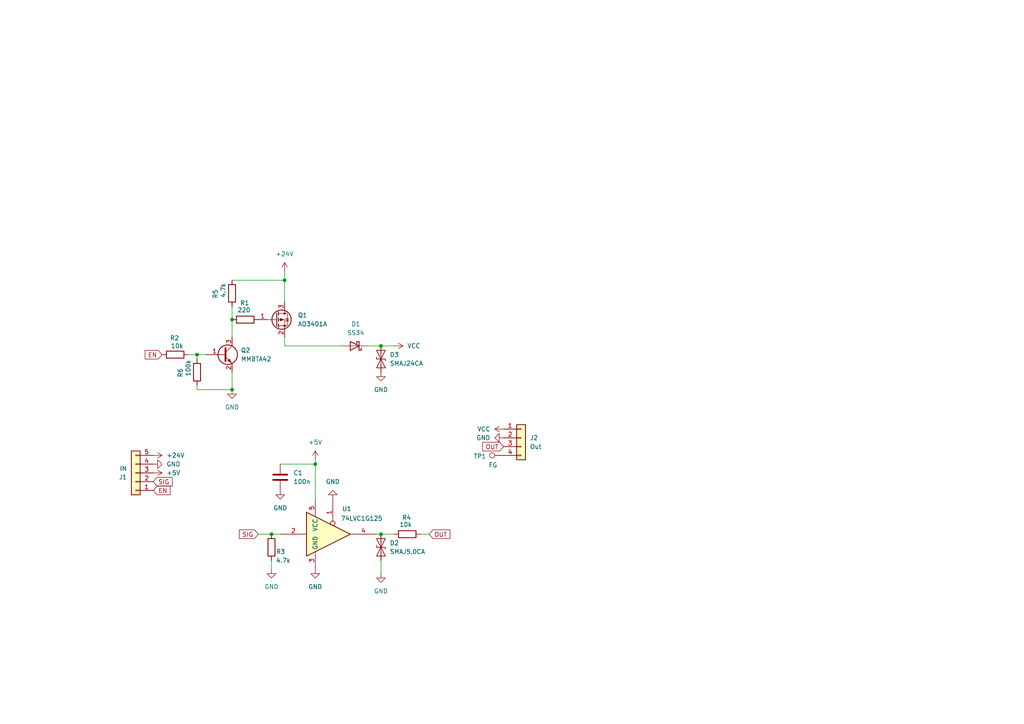
<source format=kicad_sch>
(kicad_sch (version 20231120) (generator "eeschema") (generator_version "8.0")
  (paper "A4")
  (lib_symbols
    (symbol "74xGxx:74LVC1G125"
      (property "Reference" "U" (at -10.16 7.62 0))
      (property "Value" "74LVC1G125" (at 2.54 -7.62 0))
      (symbol "74LVC1G125_0_1"
        (polyline (pts (xy -7.62 6.35) (xy -7.62 -6.35) (xy 5.08 0) (xy -7.62 6.35)) (stroke (width 0.254)) (fill (type background)))
      )
      (symbol "74LVC1G125_1_1"
        (pin input inverted (at 0 10.16 270) (length 7.62) (name "~") (number "1"))
        (pin input line (at -15.24 0 0) (length 7.62) (name "~") (number "2"))
        (pin power_in line (at -5.08 -10.16 90) (length 5.08) (name "GND") (number "3"))
        (pin tri_state line (at 12.7 0 180) (length 7.62) (name "~") (number "4"))
        (pin power_in line (at -5.08 10.16 270) (length 5.08) (name "VCC") (number "5"))
      )
    )
    (symbol "Connector:TestPoint" (pin_numbers hide) (pin_names (offset 0.762) hide)
      (property "Reference" "TP" (at 0 6.858 0))
      (property "Value" "TestPoint" (at 0 5.08 0))
      (symbol "TestPoint_0_1"
        (circle (center 0 3.302) (radius 0.762))
      )
      (symbol "TestPoint_1_1"
        (pin passive line (at 0 0 90) (length 2.54) (name "1") (number "1"))
      )
    )
    (symbol "Connector_Generic:Conn_01x04" (pin_names (offset 1.016) hide)
      (property "Reference" "J" (at 0 5.08 0))
      (property "Value" "Conn_01x04" (at 0 -7.62 0))
      (symbol "Conn_01x04_1_1"
        (rectangle (start -1.27 -4.953) (end 0 -5.207) (stroke (width 0.1524)))
        (rectangle (start -1.27 -2.413) (end 0 -2.667) (stroke (width 0.1524)))
        (rectangle (start -1.27 0.127) (end 0 -0.127) (stroke (width 0.1524)))
        (rectangle (start -1.27 2.667) (end 0 2.413) (stroke (width 0.1524)))
        (rectangle (start -1.27 3.81) (end 1.27 -6.35) (stroke (width 0.254)) (fill (type background)))
        (pin passive line (at -5.08 2.54 0) (length 3.81) (name "Pin_1") (number "1"))
        (pin passive line (at -5.08 0 0) (length 3.81) (name "Pin_2") (number "2"))
        (pin passive line (at -5.08 -2.54 0) (length 3.81) (name "Pin_3") (number "3"))
        (pin passive line (at -5.08 -5.08 0) (length 3.81) (name "Pin_4") (number "4"))
      )
    )
    (symbol "Connector_Generic:Conn_01x05" (pin_names (offset 1.016) hide)
      (property "Reference" "J" (at 0 7.62 0))
      (property "Value" "Conn_01x05" (at 0 -7.62 0))
      (symbol "Conn_01x05_1_1"
        (rectangle (start -1.27 -4.953) (end 0 -5.207) (stroke (width 0.1524)))
        (rectangle (start -1.27 -2.413) (end 0 -2.667) (stroke (width 0.1524)))
        (rectangle (start -1.27 0.127) (end 0 -0.127) (stroke (width 0.1524)))
        (rectangle (start -1.27 2.667) (end 0 2.413) (stroke (width 0.1524)))
        (rectangle (start -1.27 5.207) (end 0 4.953) (stroke (width 0.1524)))
        (rectangle (start -1.27 6.35) (end 1.27 -6.35) (stroke (width 0.254)) (fill (type background)))
        (pin passive line (at -5.08 5.08 0) (length 3.81) (name "Pin_1") (number "1"))
        (pin passive line (at -5.08 2.54 0) (length 3.81) (name "Pin_2") (number "2"))
        (pin passive line (at -5.08 0 0) (length 3.81) (name "Pin_3") (number "3"))
        (pin passive line (at -5.08 -2.54 0) (length 3.81) (name "Pin_4") (number "4"))
        (pin passive line (at -5.08 -5.08 0) (length 3.81) (name "Pin_5") (number "5"))
      )
    )
    (symbol "Device:C" (pin_numbers hide) (pin_names (offset 0.254))
      (property "Reference" "C" (at 0.635 2.54 0))
      (property "Value" "C" (at 0.635 -2.54 0))
      (symbol "C_0_1"
        (polyline (pts (xy -2.032 -0.762) (xy 2.032 -0.762)) (stroke (width 0.508)))
        (polyline (pts (xy -2.032 0.762) (xy 2.032 0.762)) (stroke (width 0.508)))
      )
      (symbol "C_1_1"
        (pin passive line (at 0 3.81 270) (length 2.794) (name "~") (number "1"))
        (pin passive line (at 0 -3.81 90) (length 2.794) (name "~") (number "2"))
      )
    )
    (symbol "Device:D_Schottky" (pin_numbers hide) (pin_names (offset 1.016) hide)
      (property "Reference" "D" (at 0 2.54 0))
      (property "Value" "D_Schottky" (at 0 -2.54 0))
      (symbol "D_Schottky_0_1"
        (polyline (pts (xy 1.27 0) (xy -1.27 0)))
        (polyline (pts (xy 1.27 1.27) (xy 1.27 -1.27) (xy -1.27 0) (xy 1.27 1.27)) (stroke (width 0.254)))
        (polyline (pts (xy -1.905 0.635) (xy -1.905 1.27) (xy -1.27 1.27) (xy -1.27 -1.27) (xy -0.635 -1.27) (xy -0.635 -0.635)) (stroke (width 0.254)))
      )
      (symbol "D_Schottky_1_1"
        (pin passive line (at -3.81 0 0) (length 2.54) (name "K") (number "1"))
        (pin passive line (at 3.81 0 180) (length 2.54) (name "A") (number "2"))
      )
    )
    (symbol "Device:R" (pin_numbers hide) (pin_names (offset 0))
      (property "Reference" "R" (at 2.032 0 90))
      (property "Value" "R" (at 0 0 90))
      (symbol "R_0_1"
        (rectangle (start -1.016 -2.54) (end 1.016 2.54) (stroke (width 0.254)))
      )
      (symbol "R_1_1"
        (pin passive line (at 0 3.81 270) (length 1.27) (name "~") (number "1"))
        (pin passive line (at 0 -3.81 90) (length 1.27) (name "~") (number "2"))
      )
    )
    (symbol "Diode:SMAJ24CA" (pin_numbers hide) (pin_names (offset 1.016) hide)
      (property "Reference" "D" (at 0 2.54 0))
      (property "Value" "SMAJ24CA" (at 0 -2.54 0))
      (symbol "SMAJ24CA_0_1"
        (polyline (pts (xy 1.27 0) (xy -1.27 0)))
        (polyline (pts (xy -2.54 -1.27) (xy 0 0) (xy -2.54 1.27) (xy -2.54 -1.27)) (stroke (width 0.2032)))
        (polyline (pts (xy 0.508 1.27) (xy 0 1.27) (xy 0 -1.27) (xy -0.508 -1.27)) (stroke (width 0.2032)))
        (polyline (pts (xy 2.54 1.27) (xy 2.54 -1.27) (xy 0 0) (xy 2.54 1.27)) (stroke (width 0.2032)))
      )
      (symbol "SMAJ24CA_1_1"
        (pin passive line (at -3.81 0 0) (length 2.54) (name "A1") (number "1"))
        (pin passive line (at 3.81 0 180) (length 2.54) (name "A2") (number "2"))
      )
    )
    (symbol "Diode:SMAJ5.0CA" (pin_numbers hide) (pin_names (offset 1.016) hide)
      (property "Reference" "D" (at 0 2.54 0))
      (property "Value" "SMAJ5.0CA" (at 0 -2.54 0))
      (symbol "SMAJ5.0CA_0_1"
        (polyline (pts (xy 1.27 0) (xy -1.27 0)))
        (polyline (pts (xy -2.54 -1.27) (xy 0 0) (xy -2.54 1.27) (xy -2.54 -1.27)) (stroke (width 0.2032)))
        (polyline (pts (xy 0.508 1.27) (xy 0 1.27) (xy 0 -1.27) (xy -0.508 -1.27)) (stroke (width 0.2032)))
        (polyline (pts (xy 2.54 1.27) (xy 2.54 -1.27) (xy 0 0) (xy 2.54 1.27)) (stroke (width 0.2032)))
      )
      (symbol "SMAJ5.0CA_1_1"
        (pin passive line (at -3.81 0 0) (length 2.54) (name "A1") (number "1"))
        (pin passive line (at 3.81 0 180) (length 2.54) (name "A2") (number "2"))
      )
    )
    (symbol "Transistor_BJT:MMBTA42" (pin_names (offset 0) hide)
      (property "Reference" "Q" (at 5.08 1.905 0))
      (property "Value" "MMBTA42" (at 5.08 0 0))
      (symbol "MMBTA42_0_1"
        (polyline (pts (xy 0 0) (xy 0.635 0)))
        (polyline (pts (xy 0.635 0.635) (xy 2.54 2.54)))
        (polyline (pts (xy 0.635 -0.635) (xy 2.54 -2.54) (xy 2.54 -2.54)))
        (polyline (pts (xy 0.635 1.905) (xy 0.635 -1.905) (xy 0.635 -1.905)) (stroke (width 0.508)))
        (polyline (pts (xy 1.27 -1.778) (xy 1.778 -1.27) (xy 2.286 -2.286) (xy 1.27 -1.778) (xy 1.27 -1.778)) (fill (type outline)))
        (circle (center 1.27 0) (radius 2.8194) (stroke (width 0.254)))
      )
      (symbol "MMBTA42_1_1"
        (pin input line (at -5.08 0 0) (length 5.08) (name "B") (number "1"))
        (pin passive line (at 2.54 -5.08 90) (length 2.54) (name "E") (number "2"))
        (pin passive line (at 2.54 5.08 270) (length 2.54) (name "C") (number "3"))
      )
    )
    (symbol "Transistor_FET:AO3401A" (pin_names hide)
      (property "Reference" "Q" (at 5.08 1.905 0))
      (property "Value" "AO3401A" (at 5.08 0 0))
      (symbol "AO3401A_0_1"
        (polyline (pts (xy 0.254 0) (xy -2.54 0)))
        (polyline (pts (xy 0.254 1.905) (xy 0.254 -1.905)) (stroke (width 0.254)))
        (polyline (pts (xy 0.762 -1.27) (xy 0.762 -2.286)) (stroke (width 0.254)))
        (polyline (pts (xy 0.762 0.508) (xy 0.762 -0.508)) (stroke (width 0.254)))
        (polyline (pts (xy 0.762 2.286) (xy 0.762 1.27)) (stroke (width 0.254)))
        (polyline (pts (xy 2.54 2.54) (xy 2.54 1.778)))
        (polyline (pts (xy 2.54 -2.54) (xy 2.54 0) (xy 0.762 0)))
        (polyline (pts (xy 0.762 1.778) (xy 3.302 1.778) (xy 3.302 -1.778) (xy 0.762 -1.778)))
        (polyline (pts (xy 2.286 0) (xy 1.27 0.381) (xy 1.27 -0.381) (xy 2.286 0)) (fill (type outline)))
        (polyline (pts (xy 2.794 -0.508) (xy 2.921 -0.381) (xy 3.683 -0.381) (xy 3.81 -0.254)))
        (polyline (pts (xy 3.302 -0.381) (xy 2.921 0.254) (xy 3.683 0.254) (xy 3.302 -0.381)))
        (circle (center 1.651 0) (radius 2.794) (stroke (width 0.254)))
        (circle (center 2.54 -1.778) (radius 0.254) (fill (type outline)))
        (circle (center 2.54 1.778) (radius 0.254) (fill (type outline)))
      )
      (symbol "AO3401A_1_1"
        (pin input line (at -5.08 0 0) (length 2.54) (name "G") (number "1"))
        (pin passive line (at 2.54 -5.08 90) (length 2.54) (name "S") (number "2"))
        (pin passive line (at 2.54 5.08 270) (length 2.54) (name "D") (number "3"))
      )
    )
    (symbol "power:+24V" (power) (pin_names (offset 0))
      (property "Value" "+24V" (at 0 3.556 0))
      (symbol "+24V_0_1"
        (polyline (pts (xy -0.762 1.27) (xy 0 2.54)))
        (polyline (pts (xy 0 0) (xy 0 2.54)))
        (polyline (pts (xy 0 2.54) (xy 0.762 1.27)))
      )
      (symbol "+24V_1_1"
        (pin power_in line (at 0 0 90) (length 0) hide (name "+24V") (number "1"))
      )
    )
    (symbol "power:+5V" (power) (pin_names (offset 0))
      (property "Value" "+5V" (at 0 3.556 0))
      (symbol "+5V_0_1"
        (polyline (pts (xy -0.762 1.27) (xy 0 2.54)))
        (polyline (pts (xy 0 0) (xy 0 2.54)))
        (polyline (pts (xy 0 2.54) (xy 0.762 1.27)))
      )
      (symbol "+5V_1_1"
        (pin power_in line (at 0 0 90) (length 0) hide (name "+5V") (number "1"))
      )
    )
    (symbol "power:GND" (power) (pin_names (offset 0))
      (property "Value" "GND" (at 0 -3.81 0))
      (symbol "GND_0_1"
        (polyline (pts (xy 0 0) (xy 0 -1.27) (xy 1.27 -1.27) (xy 0 -2.54) (xy -1.27 -1.27) (xy 0 -1.27)))
      )
      (symbol "GND_1_1"
        (pin power_in line (at 0 0 270) (length 0) hide (name "GND") (number "1"))
      )
    )
    (symbol "power:VCC" (power) (pin_names (offset 0))
      (property "Value" "VCC" (at 0 3.81 0))
      (symbol "VCC_0_1"
        (polyline (pts (xy -0.762 1.27) (xy 0 2.54)))
        (polyline (pts (xy 0 0) (xy 0 2.54)))
        (polyline (pts (xy 0 2.54) (xy 0.762 1.27)))
      )
      (symbol "VCC_1_1"
        (pin power_in line (at 0 0 90) (length 0) hide (name "VCC") (number "1"))
      )
    )
  )
  (junction (at 57.15 102.87))
  (junction (at 78.74 154.94))
  (junction (at 67.31 113.03))
  (junction (at 110.49 154.94))
  (junction (at 67.31 92.71))
  (junction (at 110.49 100.33))
  (junction (at 91.44 134.62))
  (junction (at 82.55 81.28))
  (wire (pts (xy 78.74 154.94) (xy 81.28 154.94)))
  (wire (pts (xy 106.68 100.33) (xy 110.49 100.33)))
  (wire (pts (xy 67.31 107.95) (xy 67.31 113.03)))
  (wire (pts (xy 110.49 100.33) (xy 114.3 100.33)))
  (wire (pts (xy 67.31 88.9) (xy 67.31 92.71)))
  (wire (pts (xy 81.28 134.62) (xy 91.44 134.62)))
  (wire (pts (xy 110.49 162.56) (xy 110.49 166.37)))
  (wire (pts (xy 57.15 102.87) (xy 59.69 102.87)))
  (wire (pts (xy 57.15 113.03) (xy 57.15 111.76)))
  (wire (pts (xy 82.55 81.28) (xy 82.55 87.63)))
  (wire (pts (xy 67.31 81.28) (xy 82.55 81.28)))
  (wire (pts (xy 82.55 100.33) (xy 82.55 97.79)))
  (wire (pts (xy 74.93 154.94) (xy 78.74 154.94)))
  (wire (pts (xy 82.55 100.33) (xy 99.06 100.33)))
  (wire (pts (xy 110.49 154.94) (xy 114.3 154.94)))
  (wire (pts (xy 91.44 134.62) (xy 91.44 144.78)))
  (wire (pts (xy 121.92 154.94) (xy 124.46 154.94)))
  (wire (pts (xy 78.74 162.56) (xy 78.74 165.1)))
  (wire (pts (xy 67.31 113.03) (xy 57.15 113.03)))
  (wire (pts (xy 67.31 92.71) (xy 67.31 97.79)))
  (wire (pts (xy 109.22 154.94) (xy 110.49 154.94)))
  (wire (pts (xy 82.55 78.74) (xy 82.55 81.28)))
  (wire (pts (xy 91.44 134.62) (xy 91.44 133.35)))
  (wire (pts (xy 57.15 104.14) (xy 57.15 102.87)))
  (wire (pts (xy 54.61 102.87) (xy 57.15 102.87)))
  (global_label "EN" (shape input) (at 44.45 142.24 0) (property "Intersheetrefs" "${INTERSHEET_REFS}" (effects (hide yes))))
  (global_label "SIG" (shape input) (at 74.93 154.94 180) (property "Intersheetrefs" "${INTERSHEET_REFS}" (effects (hide yes))))
  (global_label "EN" (shape input) (at 46.99 102.87 180) (property "Intersheetrefs" "${INTERSHEET_REFS}" (effects (hide yes))))
  (global_label "OUT" (shape input) (at 124.46 154.94 0) (property "Intersheetrefs" "${INTERSHEET_REFS}" (effects (hide yes))))
  (global_label "SIG" (shape input) (at 44.45 139.7 0) (property "Intersheetrefs" "${INTERSHEET_REFS}" (effects (hide yes))))
  (global_label "OUT" (shape input) (at 146.05 129.54 180) (property "Intersheetrefs" "${INTERSHEET_REFS}" (effects (hide yes))))
  (symbol (lib_id "power:GND") (at 67.31 113.03 0) (unit 1)
    (property "Reference" "#PWR015" (effects (hide yes)))
    (property "Value" "GND" (at 67.31 118.11 0))
  )
  (symbol (lib_id "power:GND") (at 78.74 165.1 0) (unit 1)
    (property "Reference" "#PWR04" (effects (hide yes)))
    (property "Value" "GND" (at 78.74 170.18 0))
  )
  (symbol (lib_id "power:GND") (at 44.45 134.62 90) (unit 1)
    (property "Reference" "#PWR02" (effects (hide yes)))
    (property "Value" "GND" (at 48.26 134.6199 90) (effects (justify right)))
  )
  (symbol (lib_id "Diode:SMAJ5.0CA") (at 110.49 158.75 270) (unit 1)
    (property "Reference" "D2" (at 113.03 157.4799 90) (effects (justify left)))
    (property "Value" "SMAJ5.0CA" (at 113.03 160.0199 90) (effects (justify left)))
    (property "Footprint" "Diode_SMD:D_SMA" (effects (hide yes)))
    (property "Datasheet" "https://www.littelfuse.com/media?resourcetype=datasheets&itemid=75e32973-b177-4ee3-a0ff-cedaf1abdb93&filename=smaj-datasheet" (effects (hide yes)))
    (property "Description" "400W bidirectional Transient Voltage Suppressor, 5.0Vr, SMA(DO-214AC)" (effects (hide yes)))
  )
  (symbol (lib_id "74xGxx:74LVC1G125") (at 96.52 154.94 0) (unit 1)
    (property "Reference" "U1" (at 100.584 147.574 0))
    (property "Value" "74LVC1G125" (at 104.902 150.368 0))
    (property "Footprint" "Package_TO_SOT_SMD:SOT-23-5" (effects (hide yes)))
    (property "Datasheet" "https://www.ti.com/lit/ds/symlink/sn74lvc1g125.pdf" (effects (hide yes)))
    (property "Description" "Single Buffer Gate Tri-State, Low-Voltage CMOS" (effects (hide yes)))
  )
  (symbol (lib_id "power:GND") (at 91.44 165.1 0) (unit 1)
    (property "Reference" "#PWR08" (effects (hide yes)))
    (property "Value" "GND" (at 91.44 170.18 0))
  )
  (symbol (lib_id "Transistor_BJT:MMBTA42") (at 64.77 102.87 0) (unit 1)
    (property "Reference" "Q2" (at 69.85 101.5999 0) (effects (justify left)))
    (property "Value" "MMBTA42" (at 69.85 104.1399 0) (effects (justify left)))
    (property "Footprint" "Package_TO_SOT_SMD:SOT-23" (effects (hide yes)))
    (property "Datasheet" "https://www.onsemi.com/pub/Collateral/MMBTA42LT1-D.PDF" (effects (hide yes)))
    (property "Description" "0.5A Ic, 300V Vce, NPN High Voltage Transistor, SOT-23" (effects (hide yes)))
  )
  (symbol (lib_id "power:+24V") (at 82.55 78.74 0) (unit 1)
    (property "Reference" "#PWR06" (effects (hide yes)))
    (property "Value" "+24V" (at 82.55 73.66 0))
    (property "Description" "Power symbol creates a global label with name \"+24V\"" (effects (hide yes)))
  )
  (symbol (lib_id "Device:R") (at 118.11 154.94 90) (unit 1)
    (property "Reference" "R4" (at 116.586 150.114 90) (effects (justify right)))
    (property "Value" "10k" (at 115.824 152.146 90) (effects (justify right)))
    (property "Footprint" "Resistor_SMD:R_0603_1608Metric_Pad0.98x0.95mm_HandSolder" (effects (hide yes)))
  )
  (symbol (lib_id "power:GND") (at 110.49 107.95 0) (unit 1)
    (property "Reference" "#PWR011" (effects (hide yes)))
    (property "Value" "GND" (at 110.49 113.03 0))
  )
  (symbol (lib_id "power:GND") (at 81.28 142.24 0) (unit 1)
    (property "Reference" "#PWR05" (effects (hide yes)))
    (property "Value" "GND" (at 81.28 147.32 0))
  )
  (symbol (lib_id "Device:R") (at 50.8 102.87 90) (unit 1)
    (property "Reference" "R2" (at 49.276 98.044 90) (effects (justify right)))
    (property "Value" "10k" (at 49.53 100.33 90) (effects (justify right)))
    (property "Footprint" "Resistor_SMD:R_0603_1608Metric_Pad0.98x0.95mm_HandSolder" (effects (hide yes)))
  )
  (symbol (lib_id "power:VCC") (at 114.3 100.33 270) (unit 1)
    (property "Reference" "#PWR012" (effects (hide yes)))
    (property "Value" "VCC" (at 118.11 100.3299 90) (effects (justify left)))
    (property "Description" "Power symbol creates a global label with name \"VCC\"" (effects (hide yes)))
  )
  (symbol (lib_id "Device:C") (at 81.28 138.43 0) (unit 1)
    (property "Reference" "C1" (at 85.09 137.1599 0) (effects (justify left)))
    (property "Value" "100n" (at 85.09 139.6999 0) (effects (justify left)))
    (property "Footprint" "Capacitor_SMD:C_0603_1608Metric_Pad1.08x0.95mm_HandSolder" (effects (hide yes)))
    (property "Description" "Unpolarized capacitor" (effects (hide yes)))
  )
  (symbol (lib_id "Device:R") (at 67.31 85.09 180) (unit 1)
    (property "Reference" "R5" (at 62.484 86.614 90) (effects (justify right)))
    (property "Value" "4.7k" (at 64.77 86.36 90) (effects (justify right)))
    (property "Footprint" "Resistor_SMD:R_0603_1608Metric_Pad0.98x0.95mm_HandSolder" (effects (hide yes)))
  )
  (symbol (lib_id "Device:R") (at 71.12 92.71 90) (unit 1)
    (property "Reference" "R1" (at 69.596 87.884 90) (effects (justify right)))
    (property "Value" "220" (at 68.834 89.916 90) (effects (justify right)))
    (property "Footprint" "Resistor_SMD:R_0603_1608Metric_Pad0.98x0.95mm_HandSolder" (effects (hide yes)))
  )
  (symbol (lib_id "Diode:SMAJ24CA") (at 110.49 104.14 270) (unit 1)
    (property "Reference" "D3" (at 113.03 102.8699 90) (effects (justify left)))
    (property "Value" "SMAJ24CA" (at 113.03 105.4099 90) (effects (justify left)))
    (property "Footprint" "Diode_SMD:D_SMA" (effects (hide yes)))
    (property "Datasheet" "https://www.littelfuse.com/media?resourcetype=datasheets&itemid=75e32973-b177-4ee3-a0ff-cedaf1abdb93&filename=smaj-datasheet" (effects (hide yes)))
    (property "Description" "400W bidirectional Transient Voltage Suppressor, 24.0Vr, SMA(DO-214AC)" (effects (hide yes)))
  )
  (symbol (lib_id "power:GND") (at 96.52 144.78 180) (unit 1)
    (property "Reference" "#PWR09" (effects (hide yes)))
    (property "Value" "GND" (at 96.52 139.7 0))
  )
  (symbol (lib_id "power:+24V") (at 44.45 132.08 270) (unit 1)
    (property "Reference" "#PWR01" (effects (hide yes)))
    (property "Value" "+24V" (at 48.26 132.0799 90) (effects (justify left)))
    (property "Description" "Power symbol creates a global label with name \"+24V\"" (effects (hide yes)))
  )
  (symbol (lib_id "power:VCC") (at 146.05 124.46 90) (unit 1)
    (property "Reference" "#PWR013" (effects (hide yes)))
    (property "Value" "VCC" (at 142.24 124.4599 90) (effects (justify left)))
    (property "Description" "Power symbol creates a global label with name \"VCC\"" (effects (hide yes)))
  )
  (symbol (lib_id "Device:R") (at 78.74 158.75 180) (unit 1)
    (property "Reference" "R3" (at 80.01 160.02 0) (effects (justify right)))
    (property "Value" "4.7k" (at 80.01 162.56 0) (effects (justify right)))
    (property "Footprint" "Resistor_SMD:R_0603_1608Metric_Pad0.98x0.95mm_HandSolder" (effects (hide yes)))
  )
  (symbol (lib_id "power:+5V") (at 44.45 137.16 270) (unit 1)
    (property "Reference" "#PWR03" (effects (hide yes)))
    (property "Value" "+5V" (at 48.26 137.1599 90) (effects (justify left)))
    (property "Description" "Power symbol creates a global label with name \"+5V\"" (effects (hide yes)))
  )
  (symbol (lib_id "Device:R") (at 57.15 107.95 180) (unit 1)
    (property "Reference" "R6" (at 52.324 109.474 90) (effects (justify right)))
    (property "Value" "100k" (at 54.61 109.22 90) (effects (justify right)))
    (property "Footprint" "Resistor_SMD:R_0603_1608Metric_Pad0.98x0.95mm_HandSolder" (effects (hide yes)))
  )
  (symbol (lib_id "Connector:TestPoint") (at 146.05 132.08 90) (unit 1)
    (property "Reference" "TP1" (at 139.192 132.334 90))
    (property "Value" "FG" (at 143.002 134.874 90))
    (property "Footprint" "TestPoint:TestPoint_THTPad_D2.0mm_Drill1.0mm" (effects (hide yes)))
    (property "Description" "test point" (effects (hide yes)))
  )
  (symbol (lib_id "Connector_Generic:Conn_01x04") (at 151.13 127 0) (unit 1)
    (property "Reference" "J2" (at 153.67 126.9999 0) (effects (justify left)))
    (property "Value" "Out" (at 153.67 129.5399 0) (effects (justify left)))
    (property "Footprint" "Connector_PinHeader_2.54mm:PinHeader_1x04_P2.54mm_Horizontal" (effects (hide yes)))
  )
  (symbol (lib_id "Device:D_Schottky") (at 102.87 100.33 180) (unit 1)
    (property "Reference" "D1" (at 103.1875 93.98 0))
    (property "Value" "SS34" (at 103.1875 96.52 0))
    (property "Footprint" "Diode_SMD:D_SMB_Handsoldering" (effects (hide yes)))
  )
  (symbol (lib_id "Transistor_FET:AO3401A") (at 80.01 92.71 0) (unit 1)
    (property "Reference" "Q1" (at 86.36 91.4399 0) (effects (justify left)))
    (property "Value" "AO3401A" (at 86.36 93.9799 0) (effects (justify left)))
    (property "Footprint" "Package_TO_SOT_SMD:SOT-23" (effects (hide yes)))
    (property "Datasheet" "http://www.aosmd.com/pdfs/datasheet/AO3401A.pdf" (effects (hide yes)))
    (property "Description" "-4.0A Id, -30V Vds, P-Channel MOSFET, SOT-23" (effects (hide yes)))
  )
  (symbol (lib_id "power:GND") (at 110.49 166.37 0) (unit 1)
    (property "Reference" "#PWR010" (effects (hide yes)))
    (property "Value" "GND" (at 110.49 171.45 0))
  )
  (symbol (lib_id "power:+5V") (at 91.44 133.35 0) (unit 1)
    (property "Reference" "#PWR07" (effects (hide yes)))
    (property "Value" "+5V" (at 91.44 128.27 0))
    (property "Description" "Power symbol creates a global label with name \"+5V\"" (effects (hide yes)))
  )
  (symbol (lib_id "power:GND") (at 146.05 127 270) (unit 1)
    (property "Reference" "#PWR014" (effects (hide yes)))
    (property "Value" "GND" (at 142.24 126.9999 90) (effects (justify right)))
  )
  (symbol (lib_id "Connector_Generic:Conn_01x05") (at 39.37 137.16 180) (unit 1)
    (property "Reference" "J1" (at 36.83 138.4301 0) (effects (justify left)))
    (property "Value" "IN" (at 36.83 135.8901 0) (effects (justify left)))
    (property "Footprint" "Connector_PinHeader_2.54mm:PinHeader_1x05_P2.54mm_Horizontal" (effects (hide yes)))
    (property "Description" "Generic connector, single row, 01x05, script generated (kicad-library-utils/schlib/autogen/connector/)" (effects (hide yes)))
  )
)
</source>
